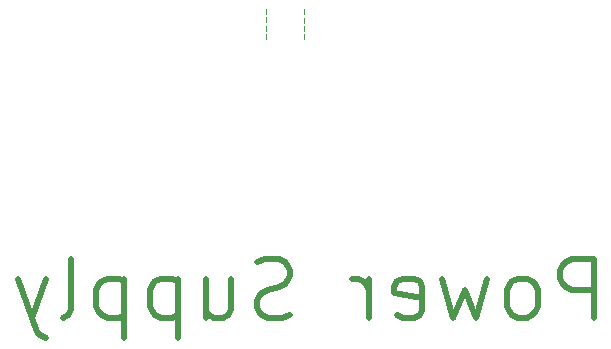
<source format=gbr>
G04 #@! TF.GenerationSoftware,KiCad,Pcbnew,(5.1.2-1)-1*
G04 #@! TF.CreationDate,2019-08-12T16:53:08-07:00*
G04 #@! TF.ProjectId,powersupply,706f7765-7273-4757-9070-6c792e6b6963,rev?*
G04 #@! TF.SameCoordinates,Original*
G04 #@! TF.FileFunction,Legend,Bot*
G04 #@! TF.FilePolarity,Positive*
%FSLAX46Y46*%
G04 Gerber Fmt 4.6, Leading zero omitted, Abs format (unit mm)*
G04 Created by KiCad (PCBNEW (5.1.2-1)-1) date 2019-08-12 16:53:08*
%MOMM*%
%LPD*%
G04 APERTURE LIST*
%ADD10C,0.120000*%
%ADD11C,0.500000*%
G04 APERTURE END LIST*
D10*
X59150000Y-34580000D02*
X59150000Y-35000000D01*
X59150000Y-35300000D02*
X59150000Y-35720000D01*
X59150000Y-33150000D02*
X59150000Y-33570000D01*
X59150000Y-33880000D02*
X59150000Y-34300000D01*
X55910000Y-35290000D02*
X55910000Y-35710000D01*
X55910000Y-34570000D02*
X55910000Y-34990000D01*
X55910000Y-33870000D02*
X55910000Y-34290000D01*
X55910000Y-33140000D02*
X55910000Y-33560000D01*
D11*
X83696666Y-59321904D02*
X83696666Y-54321904D01*
X81791904Y-54321904D01*
X81315714Y-54560000D01*
X81077619Y-54798095D01*
X80839523Y-55274285D01*
X80839523Y-55988571D01*
X81077619Y-56464761D01*
X81315714Y-56702857D01*
X81791904Y-56940952D01*
X83696666Y-56940952D01*
X77982380Y-59321904D02*
X78458571Y-59083809D01*
X78696666Y-58845714D01*
X78934761Y-58369523D01*
X78934761Y-56940952D01*
X78696666Y-56464761D01*
X78458571Y-56226666D01*
X77982380Y-55988571D01*
X77268095Y-55988571D01*
X76791904Y-56226666D01*
X76553809Y-56464761D01*
X76315714Y-56940952D01*
X76315714Y-58369523D01*
X76553809Y-58845714D01*
X76791904Y-59083809D01*
X77268095Y-59321904D01*
X77982380Y-59321904D01*
X74649047Y-55988571D02*
X73696666Y-59321904D01*
X72744285Y-56940952D01*
X71791904Y-59321904D01*
X70839523Y-55988571D01*
X67030000Y-59083809D02*
X67506190Y-59321904D01*
X68458571Y-59321904D01*
X68934761Y-59083809D01*
X69172857Y-58607619D01*
X69172857Y-56702857D01*
X68934761Y-56226666D01*
X68458571Y-55988571D01*
X67506190Y-55988571D01*
X67030000Y-56226666D01*
X66791904Y-56702857D01*
X66791904Y-57179047D01*
X69172857Y-57655238D01*
X64649047Y-59321904D02*
X64649047Y-55988571D01*
X64649047Y-56940952D02*
X64410952Y-56464761D01*
X64172857Y-56226666D01*
X63696666Y-55988571D01*
X63220476Y-55988571D01*
X57982380Y-59083809D02*
X57268095Y-59321904D01*
X56077619Y-59321904D01*
X55601428Y-59083809D01*
X55363333Y-58845714D01*
X55125238Y-58369523D01*
X55125238Y-57893333D01*
X55363333Y-57417142D01*
X55601428Y-57179047D01*
X56077619Y-56940952D01*
X57030000Y-56702857D01*
X57506190Y-56464761D01*
X57744285Y-56226666D01*
X57982380Y-55750476D01*
X57982380Y-55274285D01*
X57744285Y-54798095D01*
X57506190Y-54560000D01*
X57030000Y-54321904D01*
X55839523Y-54321904D01*
X55125238Y-54560000D01*
X50839523Y-55988571D02*
X50839523Y-59321904D01*
X52982380Y-55988571D02*
X52982380Y-58607619D01*
X52744285Y-59083809D01*
X52268095Y-59321904D01*
X51553809Y-59321904D01*
X51077619Y-59083809D01*
X50839523Y-58845714D01*
X48458571Y-55988571D02*
X48458571Y-60988571D01*
X48458571Y-56226666D02*
X47982380Y-55988571D01*
X47030000Y-55988571D01*
X46553809Y-56226666D01*
X46315714Y-56464761D01*
X46077619Y-56940952D01*
X46077619Y-58369523D01*
X46315714Y-58845714D01*
X46553809Y-59083809D01*
X47030000Y-59321904D01*
X47982380Y-59321904D01*
X48458571Y-59083809D01*
X43934761Y-55988571D02*
X43934761Y-60988571D01*
X43934761Y-56226666D02*
X43458571Y-55988571D01*
X42506190Y-55988571D01*
X42030000Y-56226666D01*
X41791904Y-56464761D01*
X41553809Y-56940952D01*
X41553809Y-58369523D01*
X41791904Y-58845714D01*
X42030000Y-59083809D01*
X42506190Y-59321904D01*
X43458571Y-59321904D01*
X43934761Y-59083809D01*
X38696666Y-59321904D02*
X39172857Y-59083809D01*
X39410952Y-58607619D01*
X39410952Y-54321904D01*
X37268095Y-55988571D02*
X36077619Y-59321904D01*
X34887142Y-55988571D02*
X36077619Y-59321904D01*
X36553809Y-60512380D01*
X36791904Y-60750476D01*
X37268095Y-60988571D01*
M02*

</source>
